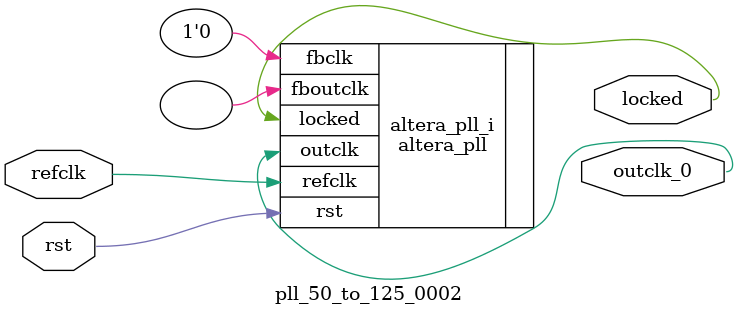
<source format=v>
`timescale 1ns/10ps
module  pll_50_to_125_0002(

	// interface 'refclk'
	input wire refclk,

	// interface 'reset'
	input wire rst,

	// interface 'outclk0'
	output wire outclk_0,

	// interface 'locked'
	output wire locked
);

	altera_pll #(
		.fractional_vco_multiplier("false"),
		.reference_clock_frequency("50.0 MHz"),
		.operation_mode("direct"),
		.number_of_clocks(1),
		.output_clock_frequency0("125.000000 MHz"),
		.phase_shift0("0 ps"),
		.duty_cycle0(50),
		.output_clock_frequency1("0 MHz"),
		.phase_shift1("0 ps"),
		.duty_cycle1(50),
		.output_clock_frequency2("0 MHz"),
		.phase_shift2("0 ps"),
		.duty_cycle2(50),
		.output_clock_frequency3("0 MHz"),
		.phase_shift3("0 ps"),
		.duty_cycle3(50),
		.output_clock_frequency4("0 MHz"),
		.phase_shift4("0 ps"),
		.duty_cycle4(50),
		.output_clock_frequency5("0 MHz"),
		.phase_shift5("0 ps"),
		.duty_cycle5(50),
		.output_clock_frequency6("0 MHz"),
		.phase_shift6("0 ps"),
		.duty_cycle6(50),
		.output_clock_frequency7("0 MHz"),
		.phase_shift7("0 ps"),
		.duty_cycle7(50),
		.output_clock_frequency8("0 MHz"),
		.phase_shift8("0 ps"),
		.duty_cycle8(50),
		.output_clock_frequency9("0 MHz"),
		.phase_shift9("0 ps"),
		.duty_cycle9(50),
		.output_clock_frequency10("0 MHz"),
		.phase_shift10("0 ps"),
		.duty_cycle10(50),
		.output_clock_frequency11("0 MHz"),
		.phase_shift11("0 ps"),
		.duty_cycle11(50),
		.output_clock_frequency12("0 MHz"),
		.phase_shift12("0 ps"),
		.duty_cycle12(50),
		.output_clock_frequency13("0 MHz"),
		.phase_shift13("0 ps"),
		.duty_cycle13(50),
		.output_clock_frequency14("0 MHz"),
		.phase_shift14("0 ps"),
		.duty_cycle14(50),
		.output_clock_frequency15("0 MHz"),
		.phase_shift15("0 ps"),
		.duty_cycle15(50),
		.output_clock_frequency16("0 MHz"),
		.phase_shift16("0 ps"),
		.duty_cycle16(50),
		.output_clock_frequency17("0 MHz"),
		.phase_shift17("0 ps"),
		.duty_cycle17(50),
		.pll_type("General"),
		.pll_subtype("General")
	) altera_pll_i (
		.rst	(rst),
		.outclk	({outclk_0}),
		.locked	(locked),
		.fboutclk	( ),
		.fbclk	(1'b0),
		.refclk	(refclk)
	);
endmodule


</source>
